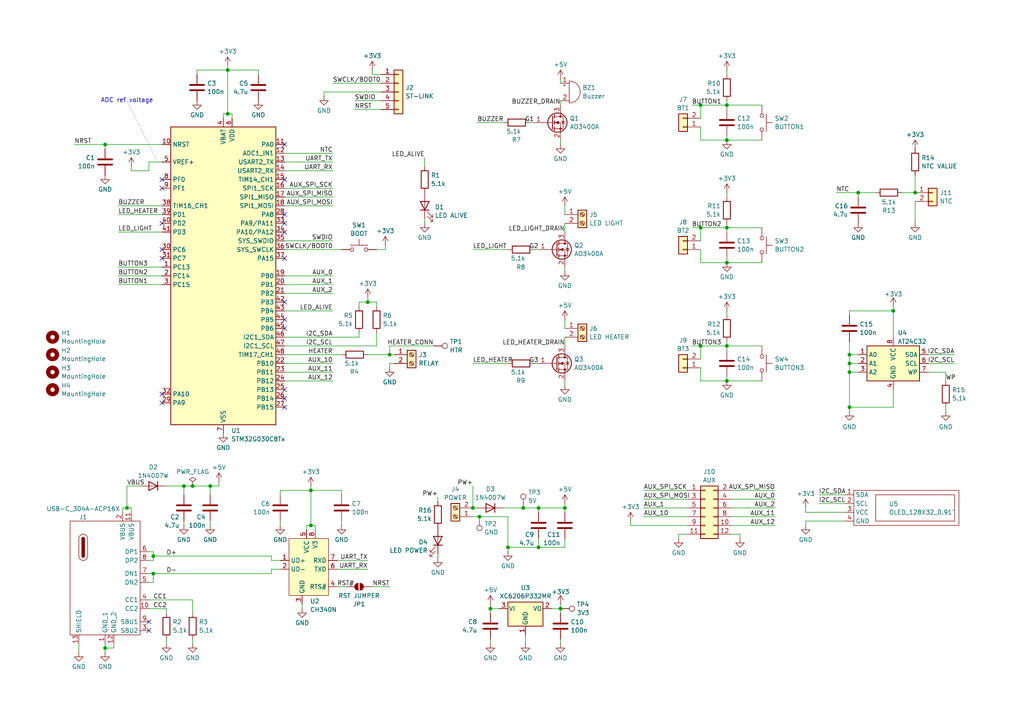
<source format=kicad_sch>
(kicad_sch (version 20250114) (generator "eeschema") (generator_version "9.0")
  (paper "A4")
  (title_block (title "Filament dryer oven control board") (date "2025-06-17") (rev "1.0") (company "Filippo Castellan"))
  (text "ADC ref voltage" (at 36.83 29.21 0) (effects (font (size 1.27 1.27))))
  (junction (at 147.32 158.75))
  (junction (at 203.2 66.04))
  (junction (at 66.04 33.02))
  (junction (at 248.92 55.88))
  (junction (at 203.2 100.33))
  (junction (at 210.82 30.48))
  (junction (at 163.83 147.32))
  (junction (at 36.83 147.32))
  (junction (at 90.17 152.4))
  (junction (at 210.82 100.33))
  (junction (at 259.08 90.17))
  (junction (at 60.96 140.97))
  (junction (at 142.24 176.53))
  (junction (at 139.065 149.86))
  (junction (at 44.45 161.29))
  (junction (at 30.48 41.91))
  (junction (at 210.82 76.2))
  (junction (at 246.38 102.87))
  (junction (at 106.68 87.63))
  (junction (at 203.2 30.48))
  (junction (at 90.17 142.24))
  (junction (at 137.16 147.32))
  (junction (at 210.82 110.49))
  (junction (at 246.38 107.95))
  (junction (at 156.21 147.32))
  (junction (at 210.82 40.64))
  (junction (at 53.34 140.97))
  (junction (at 265.43 55.88))
  (junction (at 210.82 66.04))
  (junction (at 66.04 20.32))
  (junction (at 55.88 140.97))
  (junction (at 162.56 176.53))
  (junction (at 156.21 158.75))
  (junction (at 151.765 147.32))
  (junction (at 113.03 102.87))
  (junction (at 246.38 118.11))
  (junction (at 246.38 105.41))
  (junction (at 30.48 187.96))
  (junction (at 44.45 166.37))
  (no_connect (at 82.55 87.63))
  (no_connect (at 82.55 74.93))
  (no_connect (at 82.55 41.91))
  (no_connect (at 46.99 116.84))
  (no_connect (at 82.55 67.31))
  (no_connect (at 82.55 95.25))
  (no_connect (at 46.99 74.93))
  (no_connect (at 46.99 114.3))
  (no_connect (at 43.18 182.88))
  (no_connect (at 82.55 113.03))
  (no_connect (at 46.99 52.07))
  (no_connect (at 43.18 180.34))
  (no_connect (at 82.55 64.77))
  (no_connect (at 82.55 92.71))
  (no_connect (at 82.55 52.07))
  (no_connect (at 82.55 115.57))
  (no_connect (at 46.99 72.39))
  (no_connect (at 46.99 54.61))
  (no_connect (at 46.99 64.77))
  (no_connect (at 82.55 62.23))
  (no_connect (at 82.55 118.11))
  (wire (pts (xy 82.55 107.95) (xy 96.52 107.95)))
  (wire (pts (xy 156.21 158.75) (xy 163.83 158.75)))
  (wire (pts (xy 151.765 147.32) (xy 156.21 147.32)))
  (wire (pts (xy 203.2 30.48) (xy 210.82 30.48)))
  (wire (pts (xy 97.79 170.18) (xy 100.33 170.18)))
  (wire (pts (xy 55.88 173.99) (xy 55.88 177.8)))
  (wire (pts (xy 34.29 67.31) (xy 46.99 67.31)))
  (wire (pts (xy 210.82 74.93) (xy 210.82 76.2)))
  (wire (pts (xy 274.32 110.49) (xy 274.32 107.95)))
  (wire (pts (xy 138.43 35.56) (xy 146.05 35.56)))
  (wire (pts (xy 114.3 102.87) (xy 113.03 102.87)))
  (wire (pts (xy 160.02 176.53) (xy 162.56 176.53)))
  (wire (pts (xy 233.68 147.32) (xy 233.68 148.59)))
  (wire (pts (xy 53.34 151.13) (xy 53.34 152.4)))
  (wire (pts (xy 102.87 31.75) (xy 110.49 31.75)))
  (wire (pts (xy 237.49 143.51) (xy 245.11 143.51)))
  (wire (pts (xy 55.88 185.42) (xy 55.88 186.69)))
  (wire (pts (xy 43.18 173.99) (xy 55.88 173.99)))
  (wire (pts (xy 162.56 185.42) (xy 162.56 186.69)))
  (wire (pts (xy 214.63 154.94) (xy 214.63 156.21)))
  (wire (pts (xy 81.28 142.24) (xy 90.17 142.24)))
  (wire (pts (xy 48.26 176.53) (xy 43.18 176.53)))
  (wire (pts (xy 246.38 107.95) (xy 248.92 107.95)))
  (wire (pts (xy 35.56 148.59) (xy 35.56 147.32)))
  (wire (pts (xy 210.82 29.21) (xy 210.82 30.48)))
  (wire (pts (xy 210.82 64.77) (xy 210.82 66.04)))
  (wire (pts (xy 163.83 64.77) (xy 163.83 67.31)))
  (wire (pts (xy 212.09 149.86) (xy 224.79 149.86)))
  (wire (pts (xy 35.56 147.32) (xy 36.83 147.32)))
  (wire (pts (xy 81.28 142.24) (xy 81.28 143.51)))
  (wire (pts (xy 147.32 158.75) (xy 147.32 160.02)))
  (wire (pts (xy 156.21 158.75) (xy 156.21 156.21)))
  (wire (pts (xy 123.19 45.72) (xy 123.19 48.26)))
  (wire (pts (xy 203.2 106.68) (xy 203.2 110.49)))
  (wire (pts (xy 111.76 72.39) (xy 109.22 72.39)))
  (wire (pts (xy 48.26 185.42) (xy 48.26 186.69)))
  (wire (pts (xy 46.99 59.69) (xy 34.29 59.69)))
  (wire (pts (xy 210.82 109.22) (xy 210.82 110.49)))
  (wire (pts (xy 38.1 49.53) (xy 43.18 49.53)))
  (wire (pts (xy 53.34 140.97) (xy 53.34 143.51)))
  (wire (pts (xy 81.28 165.1) (xy 78.74 165.1)))
  (wire (pts (xy 186.69 142.24) (xy 199.39 142.24)))
  (wire (pts (xy 200.66 66.04) (xy 203.2 66.04)))
  (wire (pts (xy 203.2 100.33) (xy 210.82 100.33)))
  (wire (pts (xy 203.2 100.33) (xy 203.2 104.14)))
  (wire (pts (xy 114.3 105.41) (xy 113.03 105.41)))
  (wire (pts (xy 64.77 33.02) (xy 64.77 34.29)))
  (wire (pts (xy 34.29 77.47) (xy 46.99 77.47)))
  (wire (pts (xy 66.04 19.05) (xy 66.04 20.32)))
  (wire (pts (xy 30.48 41.91) (xy 46.99 41.91)))
  (wire (pts (xy 55.88 140.97) (xy 53.34 140.97)))
  (wire (pts (xy 212.09 147.32) (xy 224.79 147.32)))
  (wire (pts (xy 203.2 36.83) (xy 203.2 40.64)))
  (wire (pts (xy 203.2 69.85) (xy 203.2 66.04)))
  (wire (pts (xy 90.17 152.4) (xy 91.44 152.4)))
  (wire (pts (xy 82.55 80.01) (xy 96.52 80.01)))
  (wire (pts (xy 137.16 147.32) (xy 138.43 147.32)))
  (wire (pts (xy 60.96 140.97) (xy 55.88 140.97)))
  (wire (pts (xy 43.18 162.56) (xy 44.45 162.56)))
  (wire (pts (xy 274.32 118.11) (xy 274.32 119.38)))
  (wire (pts (xy 30.48 41.91) (xy 30.48 43.18)))
  (wire (pts (xy 43.18 168.91) (xy 44.45 168.91)))
  (wire (pts (xy 82.55 46.99) (xy 96.52 46.99)))
  (wire (pts (xy 163.83 146.05) (xy 163.83 147.32)))
  (wire (pts (xy 210.82 90.17) (xy 210.82 91.44)))
  (wire (pts (xy 82.55 57.15) (xy 96.52 57.15)))
  (wire (pts (xy 210.82 100.33) (xy 220.98 100.33)))
  (wire (pts (xy 102.87 29.21) (xy 110.49 29.21)))
  (wire (pts (xy 142.24 185.42) (xy 142.24 186.69)))
  (wire (pts (xy 210.82 20.32) (xy 210.82 21.59)))
  (wire (pts (xy 210.82 110.49) (xy 220.98 110.49)))
  (wire (pts (xy 246.38 90.17) (xy 259.08 90.17)))
  (wire (pts (xy 200.66 30.48) (xy 203.2 30.48)))
  (wire (pts (xy 30.48 187.96) (xy 30.48 189.23)))
  (wire (pts (xy 127 145.415) (xy 127 144.145)))
  (wire (pts (xy 139.065 149.86) (xy 147.32 149.86)))
  (wire (pts (xy 210.82 40.64) (xy 220.98 40.64)))
  (wire (pts (xy 36.83 147.32) (xy 38.1 147.32)))
  (wire (pts (xy 186.69 144.78) (xy 199.39 144.78)))
  (wire (pts (xy 224.79 142.24) (xy 212.09 142.24)))
  (wire (pts (xy 246.38 102.87) (xy 246.38 105.41)))
  (wire (pts (xy 44.45 166.37) (xy 78.74 166.37)))
  (wire (pts (xy 104.14 96.52) (xy 104.14 97.79)))
  (wire (pts (xy 82.55 49.53) (xy 96.52 49.53)))
  (wire (pts (xy 210.82 99.06) (xy 210.82 100.33)))
  (wire (pts (xy 156.21 147.32) (xy 156.21 148.59)))
  (wire (pts (xy 203.2 30.48) (xy 203.2 34.29)))
  (wire (pts (xy 106.68 87.63) (xy 109.22 87.63)))
  (wire (pts (xy 90.17 152.4) (xy 88.9 152.4)))
  (wire (pts (xy 259.08 118.11) (xy 246.38 118.11)))
  (wire (pts (xy 113.03 100.33) (xy 113.03 102.87)))
  (wire (pts (xy 203.2 110.49) (xy 210.82 110.49)))
  (wire (pts (xy 212.09 144.78) (xy 224.79 144.78)))
  (wire (pts (xy 210.82 100.33) (xy 210.82 101.6)))
  (wire (pts (xy 22.86 186.69) (xy 22.86 189.23)))
  (wire (pts (xy 182.88 151.13) (xy 182.88 152.4)))
  (wire (pts (xy 269.24 107.95) (xy 274.32 107.95)))
  (wire (pts (xy 44.45 166.37) (xy 44.45 168.91)))
  (wire (pts (xy 109.22 96.52) (xy 109.22 100.33)))
  (wire (pts (xy 82.55 105.41) (xy 96.52 105.41)))
  (wire (pts (xy 163.83 158.75) (xy 163.83 156.21)))
  (wire (pts (xy 203.2 66.04) (xy 210.82 66.04)))
  (wire (pts (xy 269.24 105.41) (xy 276.86 105.41)))
  (wire (pts (xy 210.82 76.2) (xy 220.98 76.2)))
  (wire (pts (xy 265.43 50.8) (xy 265.43 55.88)))
  (wire (pts (xy 78.74 162.56) (xy 78.74 161.29)))
  (wire (pts (xy 81.28 162.56) (xy 78.74 162.56)))
  (wire (pts (xy 107.95 20.32) (xy 107.95 21.59)))
  (wire (pts (xy 210.82 66.04) (xy 220.98 66.04)))
  (wire (pts (xy 66.04 33.02) (xy 67.31 33.02)))
  (wire (pts (xy 60.96 140.97) (xy 63.5 140.97)))
  (wire (pts (xy 57.15 21.59) (xy 57.15 20.32)))
  (wire (pts (xy 43.18 49.53) (xy 43.18 46.99)))
  (wire (pts (xy 154.94 72.39) (xy 156.21 72.39)))
  (wire (pts (xy 90.17 142.24) (xy 90.17 152.4)))
  (wire (pts (xy 38.1 48.26) (xy 38.1 49.53)))
  (wire (pts (xy 224.79 152.4) (xy 212.09 152.4)))
  (wire (pts (xy 67.31 33.02) (xy 67.31 34.29)))
  (wire (pts (xy 210.82 30.48) (xy 220.98 30.48)))
  (wire (pts (xy 66.04 33.02) (xy 64.77 33.02)))
  (wire (pts (xy 82.55 82.55) (xy 96.52 82.55)))
  (wire (pts (xy 96.52 90.17) (xy 82.55 90.17)))
  (wire (pts (xy 44.45 161.29) (xy 78.74 161.29)))
  (polyline (pts (xy 36.83 29.21) (xy 45.72 46.99)) (stroke (width 0) (type dot)))
  (wire (pts (xy 44.45 162.56) (xy 44.45 161.29)))
  (wire (pts (xy 82.55 110.49) (xy 96.52 110.49)))
  (wire (pts (xy 162.56 176.53) (xy 162.56 177.8)))
  (wire (pts (xy 78.74 165.1) (xy 78.74 166.37)))
  (wire (pts (xy 82.55 102.87) (xy 99.06 102.87)))
  (wire (pts (xy 203.2 76.2) (xy 210.82 76.2)))
  (wire (pts (xy 210.82 39.37) (xy 210.82 40.64)))
  (wire (pts (xy 82.55 54.61) (xy 96.52 54.61)))
  (wire (pts (xy 60.96 140.97) (xy 60.96 143.51)))
  (wire (pts (xy 104.14 87.63) (xy 104.14 88.9)))
  (wire (pts (xy 248.92 105.41) (xy 246.38 105.41)))
  (wire (pts (xy 110.49 26.67) (xy 93.98 26.67)))
  (wire (pts (xy 107.95 170.18) (xy 113.03 170.18)))
  (wire (pts (xy 163.83 110.49) (xy 163.83 111.76)))
  (wire (pts (xy 34.29 82.55) (xy 46.99 82.55)))
  (wire (pts (xy 137.16 149.86) (xy 139.065 149.86)))
  (wire (pts (xy 44.45 166.37) (xy 43.18 166.37)))
  (wire (pts (xy 96.52 24.13) (xy 110.49 24.13)))
  (wire (pts (xy 82.55 59.69) (xy 96.52 59.69)))
  (wire (pts (xy 137.16 72.39) (xy 147.32 72.39)))
  (wire (pts (xy 30.48 186.69) (xy 30.48 187.96)))
  (wire (pts (xy 265.43 58.42) (xy 265.43 64.77)))
  (wire (pts (xy 259.08 113.03) (xy 259.08 118.11)))
  (wire (pts (xy 246.38 105.41) (xy 246.38 107.95)))
  (wire (pts (xy 82.55 72.39) (xy 99.06 72.39)))
  (wire (pts (xy 60.96 151.13) (xy 60.96 152.4)))
  (wire (pts (xy 200.66 100.33) (xy 203.2 100.33)))
  (wire (pts (xy 74.93 20.32) (xy 66.04 20.32)))
  (wire (pts (xy 127 160.655) (xy 127 161.925)))
  (wire (pts (xy 246.38 118.11) (xy 246.38 107.95)))
  (wire (pts (xy 82.55 85.09) (xy 96.52 85.09)))
  (wire (pts (xy 142.24 176.53) (xy 142.24 177.8)))
  (wire (pts (xy 36.83 140.97) (xy 40.64 140.97)))
  (wire (pts (xy 91.44 152.4) (xy 91.44 153.67)))
  (wire (pts (xy 66.04 20.32) (xy 66.04 33.02)))
  (wire (pts (xy 106.68 86.36) (xy 106.68 87.63)))
  (wire (pts (xy 142.24 175.26) (xy 142.24 176.53)))
  (wire (pts (xy 87.63 175.26) (xy 87.63 176.53)))
  (wire (pts (xy 153.67 35.56) (xy 154.94 35.56)))
  (wire (pts (xy 34.29 80.01) (xy 46.99 80.01)))
  (wire (pts (xy 210.82 66.04) (xy 210.82 67.31)))
  (wire (pts (xy 104.14 87.63) (xy 106.68 87.63)))
  (wire (pts (xy 199.39 149.86) (xy 186.69 149.86)))
  (wire (pts (xy 248.92 55.88) (xy 248.92 57.15)))
  (wire (pts (xy 44.45 160.02) (xy 44.45 161.29)))
  (wire (pts (xy 259.08 90.17) (xy 259.08 97.79)))
  (wire (pts (xy 90.17 140.97) (xy 90.17 142.24)))
  (wire (pts (xy 146.05 147.32) (xy 151.765 147.32)))
  (wire (pts (xy 44.45 160.02) (xy 43.18 160.02)))
  (wire (pts (xy 123.19 63.5) (xy 123.19 64.77)))
  (wire (pts (xy 97.79 165.1) (xy 106.68 165.1)))
  (wire (pts (xy 144.78 176.53) (xy 142.24 176.53)))
  (wire (pts (xy 43.18 46.99) (xy 46.99 46.99)))
  (wire (pts (xy 99.06 142.24) (xy 99.06 143.51)))
  (wire (pts (xy 38.1 148.59) (xy 38.1 147.32)))
  (wire (pts (xy 245.11 151.13) (xy 233.68 151.13)))
  (wire (pts (xy 163.83 97.79) (xy 163.83 100.33)))
  (wire (pts (xy 81.28 151.13) (xy 81.28 152.4)))
  (wire (pts (xy 30.48 187.96) (xy 33.02 187.96)))
  (wire (pts (xy 93.98 26.67) (xy 93.98 27.94)))
  (wire (pts (xy 48.26 177.8) (xy 48.26 176.53)))
  (wire (pts (xy 162.56 22.86) (xy 162.56 24.13)))
  (wire (pts (xy 248.92 102.87) (xy 246.38 102.87)))
  (wire (pts (xy 82.55 100.33) (xy 109.22 100.33)))
  (wire (pts (xy 203.2 40.64) (xy 210.82 40.64)))
  (wire (pts (xy 109.22 87.63) (xy 109.22 88.9)))
  (wire (pts (xy 33.02 187.96) (xy 33.02 186.69)))
  (wire (pts (xy 63.5 139.7) (xy 63.5 140.97)))
  (wire (pts (xy 163.83 92.71) (xy 163.83 95.25)))
  (wire (pts (xy 233.68 151.13) (xy 233.68 152.4)))
  (wire (pts (xy 21.59 41.91) (xy 30.48 41.91)))
  (wire (pts (xy 246.38 91.44) (xy 246.38 90.17)))
  (wire (pts (xy 163.83 59.69) (xy 163.83 62.23)))
  (wire (pts (xy 237.49 146.05) (xy 245.11 146.05)))
  (wire (pts (xy 97.79 162.56) (xy 106.68 162.56)))
  (wire (pts (xy 199.39 154.94) (xy 196.85 154.94)))
  (wire (pts (xy 248.92 55.88) (xy 254 55.88)))
  (wire (pts (xy 137.16 140.97) (xy 137.16 147.32)))
  (wire (pts (xy 212.09 154.94) (xy 214.63 154.94)))
  (wire (pts (xy 74.93 20.32) (xy 74.93 21.59)))
  (wire (pts (xy 57.15 20.32) (xy 66.04 20.32)))
  (wire (pts (xy 182.88 152.4) (xy 199.39 152.4)))
  (wire (pts (xy 113.03 102.87) (xy 106.68 102.87)))
  (wire (pts (xy 82.55 44.45) (xy 96.52 44.45)))
  (wire (pts (xy 137.16 105.41) (xy 147.32 105.41)))
  (wire (pts (xy 163.83 77.47) (xy 163.83 78.74)))
  (wire (pts (xy 99.06 151.13) (xy 99.06 152.4)))
  (wire (pts (xy 196.85 154.94) (xy 196.85 156.21)))
  (wire (pts (xy 152.4 184.15) (xy 152.4 186.69)))
  (wire (pts (xy 259.08 88.9) (xy 259.08 90.17)))
  (wire (pts (xy 82.55 69.85) (xy 96.52 69.85)))
  (wire (pts (xy 48.26 140.97) (xy 53.34 140.97)))
  (wire (pts (xy 269.24 102.87) (xy 276.86 102.87)))
  (wire (pts (xy 233.68 148.59) (xy 245.11 148.59)))
  (wire (pts (xy 199.39 147.32) (xy 186.69 147.32)))
  (wire (pts (xy 147.32 149.86) (xy 147.32 158.75)))
  (wire (pts (xy 210.82 30.48) (xy 210.82 31.75)))
  (wire (pts (xy 113.03 105.41) (xy 113.03 106.68)))
  (wire (pts (xy 162.56 40.64) (xy 162.56 41.91)))
  (wire (pts (xy 162.56 175.26) (xy 162.56 176.53)))
  (wire (pts (xy 88.9 152.4) (xy 88.9 153.67)))
  (wire (pts (xy 156.21 147.32) (xy 163.83 147.32)))
  (wire (pts (xy 163.83 147.32) (xy 163.83 148.59)))
  (wire (pts (xy 147.32 158.75) (xy 156.21 158.75)))
  (wire (pts (xy 162.56 29.21) (xy 162.56 30.48)))
  (wire (pts (xy 82.55 97.79) (xy 104.14 97.79)))
  (wire (pts (xy 111.76 71.12) (xy 111.76 72.39)))
  (wire (pts (xy 242.57 55.88) (xy 248.92 55.88)))
  (wire (pts (xy 246.38 118.11) (xy 246.38 119.38)))
  (wire (pts (xy 36.83 147.32) (xy 36.83 140.97)))
  (wire (pts (xy 34.29 62.23) (xy 46.99 62.23)))
  (wire (pts (xy 154.94 105.41) (xy 156.21 105.41)))
  (wire (pts (xy 99.06 142.24) (xy 90.17 142.24)))
  (wire (pts (xy 203.2 72.39) (xy 203.2 76.2)))
  (wire (pts (xy 107.95 21.59) (xy 110.49 21.59)))
  (wire (pts (xy 113.03 100.33) (xy 125.73 100.33)))
  (wire (pts (xy 210.82 55.88) (xy 210.82 57.15)))
  (wire (pts (xy 246.38 99.06) (xy 246.38 102.87)))
  (wire (pts (xy 261.62 55.88) (xy 265.43 55.88)))
  (label "LED_LIGHT" (at 34.29 67.31 0))
  (label "UART_TX" (at 96.52 46.99 180))
  (label "AUX_SPI_SCK" (at 186.69 142.24 0))
  (label "AUX_SPI_MOSI" (at 186.69 144.78 0))
  (label "SWDIO" (at 102.87 29.21 0))
  (label "BUTTON3" (at 200.66 100.33 0))
  (label "NTC" (at 242.57 55.88 0))
  (label "G2" (at 156.21 72.39 180))
  (label "I2C_SDA" (at 96.52 97.79 180))
  (label "AUX_SPI_MISO" (at 224.79 142.24 180))
  (label "SWCLK{slash}BOOT0" (at 96.52 72.39 180))
  (label "NRST" (at 102.87 31.75 0))
  (label "AUX_SPI_SCK" (at 96.52 54.61 180))
  (label "AUX_SPI_MOSI" (at 96.52 59.69 180))
  (label "BUTTON2" (at 34.29 80.01 0))
  (label "HEATER_CONN" (at 125.73 100.33 180))
  (label "D+" (at 48.26 161.29 0))
  (label "WP" (at 274.32 110.49 0))
  (label "SWDIO" (at 96.52 69.85 180))
  (label "I2C_SCL" (at 237.49 146.05 0))
  (label "AUX_SPI_MISO" (at 96.52 57.15 180))
  (label "LED_HEATER_DRAIN" (at 163.83 100.33 180))
  (label "AUX_1" (at 186.69 147.32 0))
  (label "BUZZER" (at 34.29 59.69 0))
  (label "LED_LIGHT_DRAIN" (at 163.83 67.31 180))
  (label "I2C_SCL" (at 96.52 100.33 180))
  (label "LED_ALIVE" (at 96.52 90.17 180))
  (label "CC2" (at 44.45 176.53 0))
  (label "NRST" (at 113.03 170.18 180))
  (label "BUTTON1" (at 34.29 82.55 0))
  (label "I2C_SCL" (at 276.86 105.41 180))
  (label "AUX_1" (at 96.52 82.55 180))
  (label "I2C_SDA" (at 237.49 143.51 0))
  (label "BUZZER" (at 138.43 35.56 0))
  (label "AUX_12" (at 96.52 110.49 180))
  (label "AUX_0" (at 96.52 80.01 180))
  (label "NTC" (at 96.52 44.45 180))
  (label "NRST" (at 21.59 41.91 0))
  (label "LED_LIGHT" (at 137.16 72.39 0))
  (label "BUTTON3" (at 34.29 77.47 0))
  (label "LED_HEATER" (at 34.29 62.23 0))
  (label "UART_TX" (at 106.68 162.56 180))
  (label "VBUS" (at 36.83 140.97 0))
  (label "D-" (at 48.26 166.37 0))
  (label "LED_HEATER" (at 137.16 105.41 0))
  (label "RST#" (at 97.79 170.18 0))
  (label "BUTTON2" (at 200.66 66.04 0))
  (label "AUX_10" (at 96.52 105.41 180))
  (label "HEATER" (at 96.52 102.87 180))
  (label "AUX_0" (at 224.79 144.78 180))
  (label "UART_RX" (at 96.52 49.53 180))
  (label "AUX_11" (at 224.79 149.86 180))
  (label "G3" (at 156.21 105.41 180))
  (label "UART_RX" (at 106.68 165.1 180))
  (label "AUX_10" (at 186.69 149.86 0))
  (label "I2C_SDA" (at 276.86 102.87 180))
  (label "AUX_11" (at 96.52 107.95 180))
  (label "AUX_2" (at 224.79 147.32 180))
  (label "BUTTON1" (at 200.66 30.48 0))
  (label "AUX_12" (at 224.79 152.4 180))
  (label "AUX_2" (at 96.52 85.09 180))
  (label "BUZZER_DRAIN" (at 162.56 30.48 180))
  (label "PW+" (at 127 144.145 180))
  (label "SWCLK{slash}BOOT0" (at 96.52 24.13 0))
  (label "LED_ALIVE" (at 123.19 45.72 180))
  (label "CC1" (at 44.45 173.99 0))
  (label "G1" (at 154.94 35.56 180))
  (label "PW+" (at 137.16 140.97 180))
  (symbol (lib_id "Switch:SW_Push") (at 220.98 35.56 270) (unit 1)
    (property "Reference" "SW2" (at 224.663 34.3446 90) (effects (justify left)))
    (property "Value" "BUTTON1" (at 224.663 36.7753 90) (effects (justify left)))
    (property "Footprint" "Button_Switch_SMD:SW_SPST_SKQG_WithoutStem" (effects (hide yes)))
    (property "Description" "Push button switch, generic, two pins" (effects (hide yes)))
  )
  (symbol (lib_id "Device:R") (at 151.13 105.41 90) (mirror x) (unit 1)
    (property "Reference" "R9" (at 152.4 110.3807 90) (effects (justify left)))
    (property "Value" "5.1k" (at 152.4 107.95 90) (effects (justify left)))
    (property "Footprint" "Resistor_SMD:R_0805_2012Metric_Pad1.20x1.40mm_HandSolder" (effects (hide yes)))
    (property "Description" "Resistor" (effects (hide yes)))
  )
  (symbol (lib_id "power:+3V3") (at 107.95 20.32 0) (unit 1)
    (property "Reference" "#PWR021" (effects (hide yes)))
    (property "Value" "+3V3" (at 107.95 16.1837 0))
    (property "Description" "Power symbol creates a global label with name \"+3V3\"" (effects (hide yes)))
  )
  (symbol (lib_id "Transistor_FET:AO3400A") (at 161.29 72.39 0) (unit 1)
    (property "Reference" "Q2" (at 166.497 71.1746 0) (effects (justify left)))
    (property "Value" "AO3400A" (at 166.497 73.6053 0) (effects (justify left)))
    (property "Footprint" "Package_TO_SOT_SMD:SOT-23" (effects (hide yes)))
    (property "Datasheet" "http://www.aosmd.com/pdfs/datasheet/AO3400A.pdf" (effects (hide yes)))
    (property "Description" "30V Vds, 5.7A Id, N-Channel MOSFET, SOT-23" (effects (hide yes)))
  )
  (symbol (lib_id "Mechanical:MountingHole") (at 15.24 97.79 0) (unit 1) (in_bom no)
    (property "Reference" "H1" (at 17.78 96.5746 0) (effects (justify left)))
    (property "Value" "MountingHole" (at 17.78 99.0053 0) (effects (justify left)))
    (property "Footprint" "MountingHole:MountingHole_3.2mm_M3_Pad_Via" (effects (hide yes)))
    (property "Description" "Mounting Hole without connection" (effects (hide yes)))
  )
  (symbol (lib_id "power:GND") (at 210.82 76.2 0) (unit 1)
    (property "Reference" "#PWR042" (effects (hide yes)))
    (property "Value" "GND" (at 210.82 80.3363 0))
    (property "Description" "Power symbol creates a global label with name \"GND\" , ground" (effects (hide yes)))
  )
  (symbol (lib_id "Mechanical:MountingHole") (at 15.24 107.95 0) (unit 1) (in_bom no)
    (property "Reference" "H3" (at 17.78 106.7346 0) (effects (justify left)))
    (property "Value" "MountingHole" (at 17.78 109.1653 0) (effects (justify left)))
    (property "Footprint" "MountingHole:MountingHole_3.2mm_M3_Pad_Via" (effects (hide yes)))
    (property "Description" "Mounting Hole without connection" (effects (hide yes)))
  )
  (symbol (lib_id "power:GND") (at 57.15 29.21 0) (unit 1)
    (property "Reference" "#PWR09" (effects (hide yes)))
    (property "Value" "GND" (at 57.15 33.3463 0))
    (property "Description" "Power symbol creates a global label with name \"GND\" , ground" (effects (hide yes)))
  )
  (symbol (lib_id "Connector_Generic:Conn_01x02") (at 198.12 72.39 180) (unit 1)
    (property "Reference" "J8" (at 198.12 64.4259 0))
    (property "Value" "BT2" (at 198.12 66.8566 0))
    (property "Footprint" "Connector_JST:JST_XH_B2B-XH-A_1x02_P2.50mm_Vertical" (effects (hide yes)))
    (property "Description" "Generic connector, single row, 01x02, script generated (kicad-library-utils/schlib/autogen/connector/)" (effects (hide yes)))
  )
  (symbol (lib_id "power:+5V") (at 163.83 92.71 0) (unit 1)
    (property "Reference" "#PWR034" (effects (hide yes)))
    (property "Value" "+5V" (at 163.83 88.5737 0))
    (property "Description" "Power symbol creates a global label with name \"+5V\"" (effects (hide yes)))
  )
  (symbol (lib_id "Device:C") (at 210.82 35.56 0) (unit 1)
    (property "Reference" "C12" (at 213.741 34.3446 0) (effects (justify left)))
    (property "Value" "100n" (at 213.741 36.7753 0) (effects (justify left)))
    (property "Footprint" "Capacitor_SMD:C_0805_2012Metric_Pad1.18x1.45mm_HandSolder" (effects (hide yes)))
    (property "Description" "Unpolarized capacitor" (effects (hide yes)))
  )
  (symbol (lib_id "power:GND") (at 55.88 186.69 0) (unit 1)
    (property "Reference" "#PWR08" (effects (hide yes)))
    (property "Value" "GND" (at 55.88 190.8263 0))
    (property "Description" "Power symbol creates a global label with name \"GND\" , ground" (effects (hide yes)))
  )
  (symbol (lib_id "Device:R") (at 257.81 55.88 90) (mirror x) (unit 1)
    (property "Reference" "R13" (at 257.81 61.0501 90))
    (property "Value" "5.1k" (at 257.81 58.6194 90))
    (property "Footprint" "Resistor_SMD:R_0805_2012Metric_Pad1.20x1.40mm_HandSolder" (effects (hide yes)))
    (property "Description" "Resistor" (effects (hide yes)))
  )
  (symbol (lib_id "Connector:Screw_Terminal_01x02") (at 119.38 102.87 0) (unit 1)
    (property "Reference" "J3" (at 121.412 102.9246 0) (effects (justify left)))
    (property "Value" "RELAY" (at 121.412 105.3553 0) (effects (justify left)))
    (property "Footprint" "_MIA footprint:TerminalBlock_bornier-2_P5.08mm" (effects (hide yes)))
    (property "Description" "Generic screw terminal, single row, 01x02, script generated (kicad-library-utils/schlib/autogen/connector/)" (effects (hide yes)))
  )
  (symbol (lib_id "Device:R") (at 127 149.225 0) (mirror y) (unit 1)
    (property "Reference" "R16" (at 125.222 148.0096 0) (effects (justify left)))
    (property "Value" "5.1k" (at 125.222 150.4403 0) (effects (justify left)))
    (property "Footprint" "Resistor_SMD:R_0805_2012Metric_Pad1.20x1.40mm_HandSolder" (effects (hide yes)))
    (property "Description" "Resistor" (effects (hide yes)))
  )
  (symbol (lib_id "Device:C") (at 74.93 25.4 0) (mirror y) (unit 1)
    (property "Reference" "C5" (at 72.009 24.1846 0) (effects (justify left)))
    (property "Value" "4.7u" (at 72.009 26.6153 0) (effects (justify left)))
    (property "Footprint" "Capacitor_SMD:C_0805_2012Metric_Pad1.18x1.45mm_HandSolder" (effects (hide yes)))
    (property "Description" "Unpolarized capacitor" (effects (hide yes)))
  )
  (symbol (lib_id "Device:R") (at 149.86 35.56 90) (mirror x) (unit 1)
    (property "Reference" "R7" (at 151.13 40.5307 90) (effects (justify left)))
    (property "Value" "5.1k" (at 151.13 38.1 90) (effects (justify left)))
    (property "Footprint" "Resistor_SMD:R_0805_2012Metric_Pad1.20x1.40mm_HandSolder" (effects (hide yes)))
    (property "Description" "Resistor" (effects (hide yes)))
  )
  (symbol (lib_id "Regulator_Linear:XC6206PxxxMR") (at 152.4 176.53 0) (unit 1)
    (property "Reference" "U3" (at 152.4 170.4709 0))
    (property "Value" "XC6206P332MR" (at 152.4 172.9016 0))
    (property "Footprint" "Package_TO_SOT_SMD:SOT-23-3" (effects (hide yes)))
    (property "Datasheet" "https://www.torexsemi.com/file/xc6206/XC6206.pdf" (effects (hide yes)))
    (property "Description" "Positive 60-250mA Low Dropout Regulator, Fixed Output, SOT-23" (effects (hide yes)))
  )
  (symbol (lib_id "power:GND") (at 162.56 186.69 0) (unit 1)
    (property "Reference" "#PWR031" (effects (hide yes)))
    (property "Value" "GND" (at 162.56 190.8263 0))
    (property "Description" "Power symbol creates a global label with name \"GND\" , ground" (effects (hide yes)))
  )
  (symbol (lib_id "Device:C") (at 99.06 147.32 0) (unit 1)
    (property "Reference" "C7" (at 101.981 146.1046 0) (effects (justify left)))
    (property "Value" "100n" (at 101.981 148.5353 0) (effects (justify left)))
    (property "Footprint" "Capacitor_SMD:C_0805_2012Metric_Pad1.18x1.45mm_HandSolder" (effects (hide yes)))
    (property "Description" "Unpolarized capacitor" (effects (hide yes)))
  )
  (symbol (lib_id "Device:R") (at 265.43 46.99 0) (unit 1)
    (property "Reference" "R14" (at 267.208 45.7746 0) (effects (justify left)))
    (property "Value" "NTC VALUE" (at 267.208 48.2053 0) (effects (justify left)))
    (property "Footprint" "Resistor_SMD:R_0805_2012Metric_Pad1.20x1.40mm_HandSolder" (effects (hide yes)))
    (property "Description" "Resistor" (effects (hide yes)))
  )
  (symbol (lib_id "power:GND") (at 274.32 119.38 0) (unit 1)
    (property "Reference" "#PWR053" (effects (hide yes)))
    (property "Value" "GND" (at 274.32 123.8234 0))
  )
  (symbol (lib_id "power:GND") (at 162.56 41.91 0) (unit 1)
    (property "Reference" "#PWR029" (effects (hide yes)))
    (property "Value" "GND" (at 162.56 46.0463 0))
    (property "Description" "Power symbol creates a global label with name \"GND\" , ground" (effects (hide yes)))
  )
  (symbol (lib_id "Transistor_FET:AO3400A") (at 161.29 105.41 0) (unit 1)
    (property "Reference" "Q3" (at 166.497 104.1946 0) (effects (justify left)))
    (property "Value" "AO3400A" (at 166.497 106.6253 0) (effects (justify left)))
    (property "Footprint" "Package_TO_SOT_SMD:SOT-23" (effects (hide yes)))
    (property "Datasheet" "http://www.aosmd.com/pdfs/datasheet/AO3400A.pdf" (effects (hide yes)))
    (property "Description" "30V Vds, 5.7A Id, N-Channel MOSFET, SOT-23" (effects (hide yes)))
  )
  (symbol (lib_id "power:GND") (at 48.26 186.69 0) (unit 1)
    (property "Reference" "#PWR06" (effects (hide yes)))
    (property "Value" "GND" (at 48.26 190.8263 0))
    (property "Description" "Power symbol creates a global label with name \"GND\" , ground" (effects (hide yes)))
  )
  (symbol (lib_id "Device:D") (at 142.24 147.32 0) (mirror y) (unit 1)
    (property "Reference" "D3" (at 142.24 141.8439 0))
    (property "Value" "1N4007W" (at 142.24 144.3093 0))
    (property "Footprint" "Diode_SMD:D_SOD-123F" (effects (hide yes)))
    (property "Datasheet" "https://lcsc.com/datasheet/lcsc_datasheet_2308211430_MSKSEMI-1N4007W_C7528871.pdf" (effects (hide yes)))
    (property "LCSC" "C7528871" (effects (hide yes)))
  )
  (symbol (lib_id "power:+5V") (at 163.83 146.05 0) (unit 1)
    (property "Reference" "#PWR036" (effects (hide yes)))
    (property "Value" "+5V" (at 163.83 141.9137 0))
    (property "Description" "Power symbol creates a global label with name \"+5V\"" (effects (hide yes)))
  )
  (symbol (lib_id "Mechanical:MountingHole") (at 15.24 102.87 0) (unit 1) (in_bom no)
    (property "Reference" "H2" (at 17.78 101.6546 0) (effects (justify left)))
    (property "Value" "MountingHole" (at 17.78 104.0853 0) (effects (justify left)))
    (property "Footprint" "MountingHole:MountingHole_3.2mm_M3_Pad_Via" (effects (hide yes)))
    (property "Description" "Mounting Hole without connection" (effects (hide yes)))
  )
  (symbol (lib_id "power:GND") (at 210.82 40.64 0) (unit 1)
    (property "Reference" "#PWR040" (effects (hide yes)))
    (property "Value" "GND" (at 210.82 44.7763 0))
    (property "Description" "Power symbol creates a global label with name \"GND\" , ground" (effects (hide yes)))
  )
  (symbol (lib_id "power:+3V3") (at 233.68 147.32 0) (unit 1)
    (property "Reference" "#PWR046" (effects (hide yes)))
    (property "Value" "+3V3" (at 233.68 143.1837 0))
    (property "Description" "Power symbol creates a global label with name \"+3V3\"" (effects (hide yes)))
  )
  (symbol (lib_id "Connector:TestPoint") (at 162.56 176.53 270) (unit 1)
    (property "Reference" "TP4" (at 167.259 175.3146 90) (effects (justify left)))
    (property "Value" "3V3" (at 167.259 177.7453 90) (effects (justify left)))
    (property "Footprint" "TestPoint:TestPoint_THTPad_1.0x1.0mm_Drill0.5mm" (effects (hide yes)))
    (property "Description" "test point" (effects (hide yes)))
  )
  (symbol (lib_id "power:+3V3") (at 265.43 43.18 0) (unit 1)
    (property "Reference" "#PWR051" (effects (hide yes)))
    (property "Value" "+3V3" (at 265.43 39.0437 0))
    (property "Description" "Power symbol creates a global label with name \"+3V3\"" (effects (hide yes)))
  )
  (symbol (lib_id "Device:C") (at 210.82 105.41 0) (unit 1)
    (property "Reference" "C14" (at 213.741 104.1946 0) (effects (justify left)))
    (property "Value" "100n" (at 213.741 106.6253 0) (effects (justify left)))
    (property "Footprint" "Capacitor_SMD:C_0805_2012Metric_Pad1.18x1.45mm_HandSolder" (effects (hide yes)))
    (property "Description" "Unpolarized capacitor" (effects (hide yes)))
  )
  (symbol (lib_id "power:GND") (at 147.32 160.02 0) (unit 1)
    (property "Reference" "#PWR026" (effects (hide yes)))
    (property "Value" "GND" (at 147.32 164.1563 0))
    (property "Description" "Power symbol creates a global label with name \"GND\" , ground" (effects (hide yes)))
  )
  (symbol (lib_id "power:+3V3") (at 106.68 86.36 0) (unit 1)
    (property "Reference" "#PWR020" (effects (hide yes)))
    (property "Value" "+3V3" (at 106.68 82.2237 0))
    (property "Description" "Power symbol creates a global label with name \"+3V3\"" (effects (hide yes)))
  )
  (symbol (lib_id "power:GND") (at 233.68 152.4 0) (unit 1)
    (property "Reference" "#PWR047" (effects (hide yes)))
    (property "Value" "GND" (at 233.68 156.5363 0))
    (property "Description" "Power symbol creates a global label with name \"GND\" , ground" (effects (hide yes)))
  )
  (symbol (lib_id "Connector_Generic:Conn_01x02") (at 270.51 55.88 0) (unit 1)
    (property "Reference" "J11" (at 272.542 55.9346 0) (effects (justify left)))
    (property "Value" "NTC" (at 272.542 58.3653 0) (effects (justify left)))
    (property "Footprint" "Connector_JST:JST_XH_B2B-XH-A_1x02_P2.50mm_Vertical" (effects (hide yes)))
    (property "Description" "Generic connector, single row, 01x02, script generated (kicad-library-utils/schlib/autogen/connector/)" (effects (hide yes)))
  )
  (symbol (lib_id "power:GND") (at 60.96 152.4 0) (unit 1)
    (property "Reference" "#PWR010" (effects (hide yes)))
    (property "Value" "GND" (at 60.96 156.5363 0))
    (property "Description" "Power symbol creates a global label with name \"GND\" , ground" (effects (hide yes)))
  )
  (symbol (lib_id "Device:Buzzer") (at 165.1 26.67 0) (unit 1)
    (property "Reference" "BZ1" (at 168.8962 25.4546 0) (effects (justify left)))
    (property "Value" "Buzzer" (at 168.8962 27.8853 0) (effects (justify left)))
    (property "Footprint" "Buzzer_Beeper:Buzzer_12x9.5RM7.6" (effects (hide yes)))
    (property "Description" "Buzzer, polarized" (effects (hide yes)))
  )
  (symbol (lib_id "Device:R") (at 210.82 60.96 0) (mirror y) (unit 1)
    (property "Reference" "R11" (at 209.042 59.7446 0) (effects (justify left)))
    (property "Value" "5.1k" (at 209.042 62.1753 0) (effects (justify left)))
    (property "Footprint" "Resistor_SMD:R_0805_2012Metric_Pad1.20x1.40mm_HandSolder" (effects (hide yes)))
    (property "Description" "Resistor" (effects (hide yes)))
  )
  (symbol (lib_id "power:GND") (at 214.63 156.21 0) (unit 1)
    (property "Reference" "#PWR045" (effects (hide yes)))
    (property "Value" "GND" (at 214.63 160.3463 0))
    (property "Description" "Power symbol creates a global label with name \"GND\" , ground" (effects (hide yes)))
  )
  (symbol (lib_id "Mechanical:MountingHole") (at 15.24 113.03 0) (unit 1) (in_bom no)
    (property "Reference" "H4" (at 17.78 111.8146 0) (effects (justify left)))
    (property "Value" "MountingHole" (at 17.78 114.2453 0) (effects (justify left)))
    (property "Footprint" "MountingHole:MountingHole_3.2mm_M3_Pad_Via" (effects (hide yes)))
    (property "Description" "Mounting Hole without connection" (effects (hide yes)))
  )
  (symbol (lib_id "_MIA:OLED_128X32_0.91{dblquote}") (at 264.16 147.32 0) (mirror y) (unit 1)
    (property "Reference" "U5" (at 257.81 146.1593 0) (effects (justify right)))
    (property "Value" "OLED_128X32_0.91\"" (at 257.81 148.59 0) (effects (justify right)))
    (property "Footprint" "Connector_PinSocket_2.54mm:PinSocket_1x04_P2.54mm_Vertical" (effects (hide yes)))
  )
  (symbol (lib_id "Device:C") (at 210.82 71.12 0) (unit 1)
    (property "Reference" "C13" (at 213.741 69.9046 0) (effects (justify left)))
    (property "Value" "100n" (at 213.741 72.3353 0) (effects (justify left)))
    (property "Footprint" "Capacitor_SMD:C_0805_2012Metric_Pad1.18x1.45mm_HandSolder" (effects (hide yes)))
    (property "Description" "Unpolarized capacitor" (effects (hide yes)))
  )
  (symbol (lib_id "Device:R") (at 55.88 181.61 0) (unit 1)
    (property "Reference" "R3" (at 57.658 180.3946 0) (effects (justify left)))
    (property "Value" "5.1k" (at 57.658 182.8253 0) (effects (justify left)))
    (property "Footprint" "Resistor_SMD:R_0805_2012Metric_Pad1.20x1.40mm_HandSolder" (effects (hide yes)))
    (property "Description" "Resistor" (effects (hide yes)))
  )
  (symbol (lib_id "power:+3V3") (at 90.17 140.97 0) (unit 1)
    (property "Reference" "#PWR017" (effects (hide yes)))
    (property "Value" "+3V3" (at 90.17 136.8337 0))
    (property "Description" "Power symbol creates a global label with name \"+3V3\"" (effects (hide yes)))
  )
  (symbol (lib_id "Device:C") (at 60.96 147.32 0) (mirror y) (unit 1)
    (property "Reference" "C4" (at 59.69 149.9693 0) (effects (justify left)))
    (property "Value" "100n" (at 59.69 152.4 0) (effects (justify left)))
    (property "Footprint" "Capacitor_SMD:C_0805_2012Metric_Pad1.18x1.45mm_HandSolder" (effects (hide yes)))
    (property "Description" "Unpolarized capacitor" (effects (hide yes)))
  )
  (symbol (lib_id "power:GND") (at 123.19 64.77 0) (mirror y) (unit 1)
    (property "Reference" "#PWR02" (effects (hide yes)))
    (property "Value" "GND" (at 123.19 68.9063 0))
    (property "Description" "Power symbol creates a global label with name \"GND\" , ground" (effects (hide yes)))
  )
  (symbol (lib_id "Device:C") (at 162.56 181.61 0) (unit 1)
    (property "Reference" "C10" (at 165.481 180.3946 0) (effects (justify left)))
    (property "Value" "100n" (at 165.481 182.8253 0) (effects (justify left)))
    (property "Footprint" "Capacitor_SMD:C_0805_2012Metric_Pad1.18x1.45mm_HandSolder" (effects (hide yes)))
    (property "Description" "Unpolarized capacitor" (effects (hide yes)))
  )
  (symbol (lib_id "power:GND") (at 163.83 111.76 0) (unit 1)
    (property "Reference" "#PWR035" (effects (hide yes)))
    (property "Value" "GND" (at 163.83 115.8963 0))
    (property "Description" "Power symbol creates a global label with name \"GND\" , ground" (effects (hide yes)))
  )
  (symbol (lib_id "Memory_EEPROM:AT24CS32-MAHM") (at 259.08 105.41 0) (unit 1)
    (property "Reference" "U4" (at 260.35 96.5231 0) (effects (justify left)))
    (property "Value" "AT24C32" (at 260.35 99.06 0) (effects (justify left)))
    (property "Footprint" "Package_SO:SO-8_3.9x4.9mm_P1.27mm" (effects (hide yes)))
    (property "Datasheet" "http://ww1.microchip.com/downloads/en/DeviceDoc/Atmel-8869-SEEPROM-AT24CS32-Datasheet.pdf" (effects (hide yes)))
    (property "Description" "I2C Serial EEPROM, 32Kb (4096x8) with Unique Serial Number, UDFN8" (effects (hide yes)))
  )
  (symbol (lib_id "power:+5V") (at 162.56 22.86 0) (unit 1)
    (property "Reference" "#PWR028" (effects (hide yes)))
    (property "Value" "+5V" (at 162.56 18.7237 0))
    (property "Description" "Power symbol creates a global label with name \"+5V\"" (effects (hide yes)))
  )
  (symbol (lib_id "Device:R") (at 123.19 52.07 0) (unit 1)
    (property "Reference" "R1" (at 124.968 50.8546 0) (effects (justify left)))
    (property "Value" "5.1k" (at 124.968 53.2853 0) (effects (justify left)))
    (property "Footprint" "Resistor_SMD:R_0805_2012Metric_Pad1.20x1.40mm_HandSolder" (effects (hide yes)))
    (property "Description" "Resistor" (effects (hide yes)))
  )
  (symbol (lib_id "power:+3V3") (at 210.82 90.17 0) (unit 1)
    (property "Reference" "#PWR043" (effects (hide yes)))
    (property "Value" "+3V3" (at 210.82 86.0337 0))
    (property "Description" "Power symbol creates a global label with name \"+3V3\"" (effects (hide yes)))
  )
  (symbol (lib_id "Device:C") (at 156.21 152.4 0) (mirror y) (unit 1)
    (property "Reference" "C9" (at 154.94 155.0493 0) (effects (justify left)))
    (property "Value" "4.7u" (at 154.94 157.48 0) (effects (justify left)))
    (property "Footprint" "Capacitor_SMD:C_0805_2012Metric_Pad1.18x1.45mm_HandSolder" (effects (hide yes)))
    (property "Description" "Unpolarized capacitor" (effects (hide yes)))
  )
  (symbol (lib_id "power:GND") (at 248.92 64.77 0) (unit 1)
    (property "Reference" "#PWR049" (effects (hide yes)))
    (property "Value" "GND" (at 248.92 68.9063 0))
    (property "Description" "Power symbol creates a global label with name \"GND\" , ground" (effects (hide yes)))
  )
  (symbol (lib_id "_MIA:USB-C_304A-ACP16X") (at 30.48 166.37 0) (unit 1)
    (property "Reference" "J1" (at 24.13 150.0047 0))
    (property "Value" "USB-C_304A-ACP16X" (at 24.13 147.574 0))
    (property "Footprint" "_MIA footprint:USB_C_304A-ACP16X" (effects (hide yes)))
    (property "Datasheet" "https://datasheet.lcsc.com/lcsc/2110291630_XUNPU-TYPEC-304A-ACP16W_C2909607.pdf" (effects (hide yes)))
  )
  (symbol (lib_id "Connector:Screw_Terminal_01x02") (at 132.08 149.86 180) (unit 1)
    (property "Reference" "J4" (at 132.08 141.8959 0))
    (property "Value" "POWER" (at 132.08 144.3266 0))
    (property "Footprint" "_MIA footprint:TerminalBlock_bornier-2_P5.08mm" (effects (hide yes)))
    (property "Description" "Generic screw terminal, single row, 01x02, script generated (kicad-library-utils/schlib/autogen/connector/)" (effects (hide yes)))
  )
  (symbol (lib_id "power:GND") (at 127 161.925 0) (unit 1)
    (property "Reference" "#PWR054" (effects (hide yes)))
    (property "Value" "GND" (at 127 166.0613 0))
    (property "Description" "Power symbol creates a global label with name \"GND\" , ground" (effects (hide yes)))
  )
  (symbol (lib_id "power:GND") (at 196.85 156.21 0) (unit 1)
    (property "Reference" "#PWR038" (effects (hide yes)))
    (property "Value" "GND" (at 196.85 160.3463 0))
    (property "Description" "Power symbol creates a global label with name \"GND\" , ground" (effects (hide yes)))
  )
  (symbol (lib_id "power:GND") (at 210.82 110.49 0) (unit 1)
    (property "Reference" "#PWR044" (effects (hide yes)))
    (property "Value" "GND" (at 210.82 114.6263 0))
    (property "Description" "Power symbol creates a global label with name \"GND\" , ground" (effects (hide yes)))
  )
  (symbol (lib_id "power:GND") (at 163.83 78.74 0) (unit 1)
    (property "Reference" "#PWR033" (effects (hide yes)))
    (property "Value" "GND" (at 163.83 82.8763 0))
    (property "Description" "Power symbol creates a global label with name \"GND\" , ground" (effects (hide yes)))
  )
  (symbol (lib_id "power:+3.3V") (at 259.08 88.9 0) (unit 1)
    (property "Reference" "#PWR050" (effects (hide yes)))
    (property "Value" "+3V3" (at 259.08 85.2955 0))
    (property "Description" "Power symbol creates a global label with name \"+3.3V\"" (effects (hide yes)))
  )
  (symbol (lib_id "power:+3V3") (at 210.82 55.88 0) (unit 1)
    (property "Reference" "#PWR041" (effects (hide yes)))
    (property "Value" "+3V3" (at 210.82 51.7437 0))
    (property "Description" "Power symbol creates a global label with name \"+3V3\"" (effects (hide yes)))
  )
  (symbol (lib_id "power:GND") (at 22.86 189.23 0) (unit 1)
    (property "Reference" "#PWR01" (effects (hide yes)))
    (property "Value" "GND" (at 22.86 193.3663 0))
    (property "Description" "Power symbol creates a global label with name \"GND\" , ground" (effects (hide yes)))
  )
  (symbol (lib_id "power:GND") (at 93.98 27.94 0) (unit 1)
    (property "Reference" "#PWR018" (effects (hide yes)))
    (property "Value" "GND" (at 93.98 32.0763 0))
    (property "Description" "Power symbol creates a global label with name \"GND\" , ground" (effects (hide yes)))
  )
  (symbol (lib_id "Device:C") (at 248.92 60.96 0) (mirror y) (unit 1)
    (property "Reference" "C16" (at 245.999 59.7446 0) (effects (justify left)))
    (property "Value" "4.7u" (at 245.999 62.1753 0) (effects (justify left)))
    (property "Footprint" "Capacitor_SMD:C_0805_2012Metric_Pad1.18x1.45mm_HandSolder" (effects (hide yes)))
    (property "Description" "Unpolarized capacitor" (effects (hide yes)))
  )
  (symbol (lib_id "Device:R") (at 104.14 92.71 0) (mirror y) (unit 1)
    (property "Reference" "R5" (at 102.362 91.4946 0) (effects (justify left)))
    (property "Value" "5.1k" (at 102.362 93.9253 0) (effects (justify left)))
    (property "Footprint" "Resistor_SMD:R_0805_2012Metric_Pad1.20x1.40mm_HandSolder" (effects (hide yes)))
    (property "Description" "Resistor" (effects (hide yes)))
  )
  (symbol (lib_id "Device:LED") (at 127 156.845 270) (mirror x) (unit 1)
    (property "Reference" "D4" (at 124.079 157.2171 90) (effects (justify right)))
    (property "Value" "LED POWER" (at 124.079 159.6478 90) (effects (justify right)))
    (property "Footprint" "LED_SMD:LED_0805_2012Metric_Pad1.15x1.40mm_HandSolder" (effects (hide yes)))
    (property "Description" "Light emitting diode" (effects (hide yes)))
    (property "Sim.Pins" "1=K 2=A" (effects (hide yes)))
  )
  (symbol (lib_id "power:+5V") (at 63.5 139.7 0) (unit 1)
    (property "Reference" "#PWR011" (effects (hide yes)))
    (property "Value" "+5V" (at 63.5 135.5637 0))
    (property "Description" "Power symbol creates a global label with name \"+5V\"" (effects (hide yes)))
  )
  (symbol (lib_id "power:GND") (at 87.63 176.53 0) (unit 1)
    (property "Reference" "#PWR016" (effects (hide yes)))
    (property "Value" "GND" (at 87.63 180.6663 0))
    (property "Description" "Power symbol creates a global label with name \"GND\" , ground" (effects (hide yes)))
  )
  (symbol (lib_id "power:+3V3") (at 38.1 48.26 0) (unit 1)
    (property "Reference" "#PWR05" (effects (hide yes)))
    (property "Value" "+3V3" (at 38.1 44.1237 0))
    (property "Description" "Power symbol creates a global label with name \"+3V3\"" (effects (hide yes)))
  )
  (symbol (lib_id "power:GND") (at 53.34 152.4 0) (unit 1)
    (property "Reference" "#PWR07" (effects (hide yes)))
    (property "Value" "GND" (at 53.34 156.5363 0))
    (property "Description" "Power symbol creates a global label with name \"GND\" , ground" (effects (hide yes)))
  )
  (symbol (lib_id "power:GND") (at 74.93 29.21 0) (mirror y) (unit 1)
    (property "Reference" "#PWR014" (effects (hide yes)))
    (property "Value" "GND" (at 74.93 33.3463 0))
    (property "Description" "Power symbol creates a global label with name \"GND\" , ground" (effects (hide yes)))
  )
  (symbol (lib_id "power:GND") (at 246.38 119.38 0) (unit 1)
    (property "Reference" "#PWR048" (effects (hide yes)))
    (property "Value" "GND" (at 246.38 123.8234 0))
  )
  (symbol (lib_id "Device:R") (at 48.26 181.61 0) (unit 1)
    (property "Reference" "R2" (at 50.038 180.3946 0) (effects (justify left)))
    (property "Value" "5.1k" (at 50.038 182.8253 0) (effects (justify left)))
    (property "Footprint" "Resistor_SMD:R_0805_2012Metric_Pad1.20x1.40mm_HandSolder" (effects (hide yes)))
    (property "Description" "Resistor" (effects (hide yes)))
  )
  (symbol (lib_id "Connector_Generic:Conn_01x05") (at 115.57 26.67 0) (unit 1)
    (property "Reference" "J2" (at 117.602 25.4546 0) (effects (justify left)))
    (property "Value" "ST-LINK" (at 117.602 27.8853 0) (effects (justify left)))
    (property "Footprint" "Connector_PinHeader_2.54mm:PinHeader_1x05_P2.54mm_Vertical" (effects (hide yes)))
    (property "Description" "Generic connector, single row, 01x05, script generated (kicad-library-utils/schlib/autogen/connector/)" (effects (hide yes)))
  )
  (symbol (lib_id "_MIA:CH340N") (at 90.17 165.1 0) (unit 1)
    (property "Reference" "U2" (at 89.9249 174.3925 0) (effects (justify left)))
    (property "Value" "CH340N" (at 89.9249 176.8232 0) (effects (justify left)))
    (property "Footprint" "Package_SO:SOP-8_3.9x4.9mm_P1.27mm" (effects (hide yes)))
    (property "Datasheet" "https://aitendo3.sakura.ne.jp/aitendo_data/product_img/ic/inteface/CH340N/ch340n.pdf" (effects (hide yes)))
  )
  (symbol (lib_id "Device:C") (at 81.28 147.32 0) (mirror y) (unit 1)
    (property "Reference" "C6" (at 78.359 146.1046 0) (effects (justify left)))
    (property "Value" "100n" (at 78.359 148.5353 0) (effects (justify left)))
    (property "Footprint" "Capacitor_SMD:C_0805_2012Metric_Pad1.18x1.45mm_HandSolder" (effects (hide yes)))
    (property "Description" "Unpolarized capacitor" (effects (hide yes)))
  )
  (symbol (lib_id "Connector:TestPoint") (at 125.73 100.33 270) (unit 1)
    (property "Reference" "TP1" (at 130.429 99.1146 90) (effects (justify left)))
    (property "Value" "HTR" (at 130.429 101.5453 90) (effects (justify left)))
    (property "Footprint" "TestPoint:TestPoint_THTPad_1.0x1.0mm_Drill0.5mm" (effects (hide yes)))
    (property "Description" "test point" (effects (hide yes)))
  )
  (symbol (lib_id "Device:R") (at 274.32 114.3 0) (unit 1)
    (property "Reference" "R15" (at 276.098 113.0846 0) (effects (justify left)))
    (property "Value" "5.1k" (at 276.098 115.5153 0) (effects (justify left)))
    (property "Footprint" "Resistor_SMD:R_0805_2012Metric_Pad1.20x1.40mm_HandSolder" (effects (hide yes)))
    (property "Description" "Resistor" (effects (hide yes)))
  )
  (symbol (lib_id "power:+3V3") (at 111.76 71.12 0) (unit 1)
    (property "Reference" "#PWR022" (effects (hide yes)))
    (property "Value" "+3V3" (at 111.76 66.9837 0))
    (property "Description" "Power symbol creates a global label with name \"+3V3\"" (effects (hide yes)))
  )
  (symbol (lib_id "power:GND") (at 99.06 152.4 0) (unit 1)
    (property "Reference" "#PWR019" (effects (hide yes)))
    (property "Value" "GND" (at 99.06 156.5363 0))
    (property "Description" "Power symbol creates a global label with name \"GND\" , ground" (effects (hide yes)))
  )
  (symbol (lib_id "power:+3V3") (at 182.88 151.13 0) (unit 1)
    (property "Reference" "#PWR037" (effects (hide yes)))
    (property "Value" "+3V3" (at 182.88 146.9937 0))
    (property "Description" "Power symbol creates a global label with name \"+3V3\"" (effects (hide yes)))
  )
  (symbol (lib_id "Device:D") (at 44.45 140.97 0) (mirror y) (unit 1)
    (property "Reference" "D2" (at 44.45 135.4939 0))
    (property "Value" "1N4007W" (at 44.45 137.9593 0))
    (property "Footprint" "Diode_SMD:D_SOD-123F" (effects (hide yes)))
    (property "Datasheet" "https://lcsc.com/datasheet/lcsc_datasheet_2308211430_MSKSEMI-1N4007W_C7528871.pdf" (effects (hide yes)))
    (property "LCSC" "C7528871" (effects (hide yes)))
  )
  (symbol (lib_id "power:GND") (at 113.03 106.68 0) (unit 1)
    (property "Reference" "#PWR023" (effects (hide yes)))
    (property "Value" "GND" (at 113.03 110.8163 0))
    (property "Description" "Power symbol creates a global label with name \"GND\" , ground" (effects (hide yes)))
  )
  (symbol (lib_id "Device:C") (at 163.83 152.4 0) (mirror y) (unit 1)
    (property "Reference" "C11" (at 162.56 155.0493 0) (effects (justify left)))
    (property "Value" "100n" (at 162.56 157.48 0) (effects (justify left)))
    (property "Footprint" "Capacitor_SMD:C_0805_2012Metric_Pad1.18x1.45mm_HandSolder" (effects (hide yes)))
    (property "Description" "Unpolarized capacitor" (effects (hide yes)))
  )
  (symbol (lib_id "power:+3.3V") (at 162.56 175.26 0) (unit 1)
    (property "Reference" "#PWR030" (effects (hide yes)))
    (property "Value" "+3V3" (at 162.56 171.6555 0))
    (property "Description" "Power symbol creates a global label with name \"+3.3V\"" (effects (hide yes)))
  )
  (symbol (lib_id "Connector:Screw_Terminal_01x02") (at 168.91 62.23 0) (unit 1)
    (property "Reference" "J5" (at 170.942 62.2846 0) (effects (justify left)))
    (property "Value" "LED LIGHT" (at 170.942 64.7153 0) (effects (justify left)))
    (property "Footprint" "_MIA footprint:TerminalBlock_bornier-2_P5.08mm" (effects (hide yes)))
    (property "Description" "Generic screw terminal, single row, 01x02, script generated (kicad-library-utils/schlib/autogen/connector/)" (effects (hide yes)))
  )
  (symbol (lib_id "Device:R") (at 151.13 72.39 90) (mirror x) (unit 1)
    (property "Reference" "R8" (at 152.4 77.47 90) (effects (justify left)))
    (property "Value" "5.1k" (at 152.4 74.93 90) (effects (justify left)))
    (property "Footprint" "Resistor_SMD:R_0805_2012Metric_Pad1.20x1.40mm_HandSolder" (effects (hide yes)))
    (property "Description" "Resistor" (effects (hide yes)))
  )
  (symbol (lib_id "power:+5V") (at 142.24 175.26 0) (unit 1)
    (property "Reference" "#PWR024" (effects (hide yes)))
    (property "Value" "+5V" (at 142.24 171.1237 0))
    (property "Description" "Power symbol creates a global label with name \"+5V\"" (effects (hide yes)))
  )
  (symbol (lib_id "Jumper:SolderJumper_2_Open") (at 104.14 170.18 180) (unit 1) (in_bom no)
    (property "Reference" "JP1" (at 104.14 175.2231 0))
    (property "Value" "RST JUMPER" (at 104.14 172.7924 0))
    (property "Footprint" "Jumper:SolderJumper-2_P1.3mm_Open_RoundedPad1.0x1.5mm" (effects (hide yes)))
    (property "Description" "Solder Jumper, 2-pole, open" (effects (hide yes)))
  )
  (symbol (lib_id "Switch:SW_Push") (at 220.98 71.12 270) (unit 1)
    (property "Reference" "SW3" (at 224.663 69.9046 90) (effects (justify left)))
    (property "Value" "BUTTON2" (at 224.663 72.3353 90) (effects (justify left)))
    (property "Footprint" "Button_Switch_SMD:SW_SPST_SKQG_WithoutStem" (effects (hide yes)))
    (property "Description" "Push button switch, generic, two pins" (effects (hide yes)))
  )
  (symbol (lib_id "power:GND") (at 30.48 50.8 0) (unit 1)
    (property "Reference" "#PWR03" (effects (hide yes)))
    (property "Value" "GND" (at 30.48 54.9363 0))
    (property "Description" "Power symbol creates a global label with name \"GND\" , ground" (effects (hide yes)))
  )
  (symbol (lib_id "Device:R") (at 109.22 92.71 0) (unit 1)
    (property "Reference" "R6" (at 110.998 91.4946 0) (effects (justify left)))
    (property "Value" "5.1k" (at 110.998 93.9253 0) (effects (justify left)))
    (property "Footprint" "Resistor_SMD:R_0805_2012Metric_Pad1.20x1.40mm_HandSolder" (effects (hide yes)))
    (property "Description" "Resistor" (effects (hide yes)))
  )
  (symbol (lib_id "Device:LED") (at 123.19 59.69 90) (unit 1)
    (property "Reference" "D1" (at 126.111 60.0621 90) (effects (justify right)))
    (property "Value" "LED ALIVE" (at 126.111 62.4928 90) (effects (justify right)))
    (property "Footprint" "LED_SMD:LED_0805_2012Metric_Pad1.15x1.40mm_HandSolder" (effects (hide yes)))
    (property "Description" "Light emitting diode" (effects (hide yes)))
    (property "Sim.Pins" "1=K 2=A" (effects (hide yes)))
  )
  (symbol (lib_id "Device:R") (at 102.87 102.87 90) (mirror x) (unit 1)
    (property "Reference" "R4" (at 104.14 107.8407 90) (effects (justify left)))
    (property "Value" "5.1k" (at 104.14 105.41 90) (effects (justify left)))
    (property "Footprint" "Resistor_SMD:R_0805_2012Metric_Pad1.20x1.40mm_HandSolder" (effects (hide yes)))
    (property "Description" "Resistor" (effects (hide yes)))
  )
  (symbol (lib_id "Device:R") (at 210.82 95.25 0) (mirror y) (unit 1)
    (property "Reference" "R12" (at 209.042 94.0346 0) (effects (justify left)))
    (property "Value" "5.1k" (at 209.042 96.4653 0) (effects (justify left)))
    (property "Footprint" "Resistor_SMD:R_0805_2012Metric_Pad1.20x1.40mm_HandSolder" (effects (hide yes)))
    (property "Description" "Resistor" (effects (hide yes)))
  )
  (symbol (lib_id "power:GND") (at 30.48 189.23 0) (unit 1)
    (property "Reference" "#PWR04" (effects (hide yes)))
    (property "Value" "GND" (at 30.48 193.3663 0))
    (property "Description" "Power symbol creates a global label with name \"GND\" , ground" (effects (hide yes)))
  )
  (symbol (lib_id "power:+5V") (at 163.83 59.69 0) (unit 1)
    (property "Reference" "#PWR032" (effects (hide yes)))
    (property "Value" "+5V" (at 163.83 55.5537 0))
    (property "Description" "Power symbol creates a global label with name \"+5V\"" (effects (hide yes)))
  )
  (symbol (lib_id "power:PWR_FLAG") (at 55.88 140.97 0) (unit 1)
    (property "Reference" "#FLG01" (effects (hide yes)))
    (property "Value" "PWR_FLAG" (at 55.88 136.8337 0))
    (property "Description" "Special symbol for telling ERC where power comes from" (effects (hide yes)))
  )
  (symbol (lib_id "Connector_Generic:Conn_02x06_Odd_Even") (at 204.47 147.32 0) (unit 1)
    (property "Reference" "J10" (at 205.74 136.8159 0))
    (property "Value" "AUX" (at 205.74 139.2466 0))
    (property "Footprint" "Connector_PinHeader_2.54mm:PinHeader_2x06_P2.54mm_Vertical" (effects (hide yes)))
    (property "Description" "Generic connector, double row, 02x06, odd/even pin numbering scheme (row 1 odd numbers, row 2 even numbers), script generated (kicad-library-utils/schlib/autogen/connector/)" (effects (hide yes)))
  )
  (symbol (lib_id "Connector_Generic:Conn_01x02") (at 198.12 106.68 180) (unit 1)
    (property "Reference" "J9" (at 198.12 98.7159 0))
    (property "Value" "BT3" (at 198.12 101.1466 0))
    (property "Footprint" "Connector_JST:JST_XH_B2B-XH-A_1x02_P2.50mm_Vertical" (effects (hide yes)))
    (property "Description" "Generic connector, single row, 01x02, script generated (kicad-library-utils/schlib/autogen/connector/)" (effects (hide yes)))
  )
  (symbol (lib_id "Connector:TestPoint") (at 139.065 149.86 180) (unit 1)
    (property "Reference" "TP2" (at 140.462 151.9466 0) (effects (justify right)))
    (property "Value" "GND" (at 140.462 154.3773 0) (effects (justify right)))
    (property "Footprint" "TestPoint:TestPoint_THTPad_1.0x1.0mm_Drill0.5mm" (effects (hide yes)))
    (property "Description" "test point" (effects (hide yes)))
  )
  (symbol (lib_id "Connector_Generic:Conn_01x02") (at 198.12 36.83 180) (unit 1)
    (property "Reference" "J7" (at 198.12 28.8659 0))
    (property "Value" "BT1" (at 198.12 31.2966 0))
    (property "Footprint" "Connector_JST:JST_XH_B2B-XH-A_1x02_P2.50mm_Vertical" (effects (hide yes)))
    (property "Description" "Generic connector, single row, 01x02, script generated (kicad-library-utils/schlib/autogen/connector/)" (effects (hide yes)))
  )
  (symbol (lib_id "Device:R") (at 210.82 25.4 0) (mirror y) (unit 1)
    (property "Reference" "R10" (at 209.042 24.1846 0) (effects (justify left)))
    (property "Value" "5.1k" (at 209.042 26.6153 0) (effects (justify left)))
    (property "Footprint" "Resistor_SMD:R_0805_2012Metric_Pad1.20x1.40mm_HandSolder" (effects (hide yes)))
    (property "Description" "Resistor" (effects (hide yes)))
  )
  (symbol (lib_id "power:GND") (at 64.77 125.73 0) (unit 1)
    (property "Reference" "#PWR012" (effects (hide yes)))
    (property "Value" "GND" (at 64.77 129.8663 0))
    (property "Description" "Power symbol creates a global label with name \"GND\" , ground" (effects (hide yes)))
  )
  (symbol (lib_id "Device:C") (at 142.24 181.61 0) (mirror y) (unit 1)
    (property "Reference" "C8" (at 138.43 180.34 0) (effects (justify left)))
    (property "Value" "4.7u" (at 138.43 182.7707 0) (effects (justify left)))
    (property "Footprint" "Capacitor_SMD:C_0805_2012Metric_Pad1.18x1.45mm_HandSolder" (effects (hide yes)))
    (property "Description" "Unpolarized capacitor" (effects (hide yes)))
  )
  (symbol (lib_id "Transistor_FET:AO3400A") (at 160.02 35.56 0) (unit 1)
    (property "Reference" "Q1" (at 165.227 34.3446 0) (effects (justify left)))
    (property "Value" "AO3400A" (at 165.227 36.7753 0) (effects (justify left)))
    (property "Footprint" "Package_TO_SOT_SMD:SOT-23" (effects (hide yes)))
    (property "Datasheet" "http://www.aosmd.com/pdfs/datasheet/AO3400A.pdf" (effects (hide yes)))
    (property "Description" "30V Vds, 5.7A Id, N-Channel MOSFET, SOT-23" (effects (hide yes)))
  )
  (symbol (lib_id "power:GND") (at 81.28 152.4 0) (mirror y) (unit 1)
    (property "Reference" "#PWR015" (effects (hide yes)))
    (property "Value" "GND" (at 81.28 156.5363 0))
    (property "Description" "Power symbol creates a global label with name \"GND\" , ground" (effects (hide yes)))
  )
  (symbol (lib_id "power:GND") (at 152.4 186.69 0) (unit 1)
    (property "Reference" "#PWR027" (effects (hide yes)))
    (property "Value" "GND" (at 152.4 190.8263 0))
    (property "Description" "Power symbol creates a global label with name \"GND\" , ground" (effects (hide yes)))
  )
  (symbol (lib_id "Connector:TestPoint") (at 151.765 147.32 0) (unit 1)
    (property "Reference" "TP3" (at 153.162 142.8026 0) (effects (justify left)))
    (property "Value" "5V" (at 153.162 145.2333 0) (effects (justify left)))
    (property "Footprint" "TestPoint:TestPoint_THTPad_1.0x1.0mm_Drill0.5mm" (effects (hide yes)))
    (property "Description" "test point" (effects (hide yes)))
  )
  (symbol (lib_id "power:+3V3") (at 66.04 19.05 0) (unit 1)
    (property "Reference" "#PWR013" (effects (hide yes)))
    (property "Value" "+3V3" (at 66.04 14.9137 0))
    (property "Description" "Power symbol creates a global label with name \"+3V3\"" (effects (hide yes)))
  )
  (symbol (lib_id "Device:C") (at 246.38 95.25 0) (unit 1)
    (property "Reference" "C15" (at 249.301 94.0346 0) (effects (justify left)))
    (property "Value" "100n" (at 249.301 96.4653 0) (effects (justify left)))
    (property "Footprint" "Capacitor_SMD:C_0805_2012Metric_Pad1.18x1.45mm_HandSolder" (effects (hide yes)))
    (property "Description" "Unpolarized capacitor" (effects (hide yes)))
  )
  (symbol (lib_id "Device:C") (at 53.34 147.32 0) (mirror y) (unit 1)
    (property "Reference" "C2" (at 52.07 149.9693 0) (effects (justify left)))
    (property "Value" "4.7u" (at 52.07 152.4 0) (effects (justify left)))
    (property "Footprint" "Capacitor_SMD:C_0805_2012Metric_Pad1.18x1.45mm_HandSolder" (effects (hide yes)))
    (property "Description" "Unpolarized capacitor" (effects (hide yes)))
  )
  (symbol (lib_id "Device:C") (at 30.48 46.99 0) (mirror y) (unit 1)
    (property "Reference" "C1" (at 27.559 45.7746 0) (effects (justify left)))
    (property "Value" "100n" (at 27.559 48.2053 0) (effects (justify left)))
    (property "Footprint" "Capacitor_SMD:C_0805_2012Metric_Pad1.18x1.45mm_HandSolder" (effects (hide yes)))
    (property "Description" "Unpolarized capacitor" (effects (hide yes)))
  )
  (symbol (lib_id "power:GND") (at 142.24 186.69 0) (unit 1)
    (property "Reference" "#PWR025" (effects (hide yes)))
    (property "Value" "GND" (at 142.24 190.8263 0))
    (property "Description" "Power symbol creates a global label with name \"GND\" , ground" (effects (hide yes)))
  )
  (symbol (lib_id "Switch:SW_Push") (at 220.98 105.41 270) (unit 1)
    (property "Reference" "SW4" (at 224.663 104.1946 90) (effects (justify left)))
    (property "Value" "BUTTON3" (at 224.663 106.6253 90) (effects (justify left)))
    (property "Footprint" "Button_Switch_SMD:SW_SPST_SKQG_WithoutStem" (effects (hide yes)))
    (property "Description" "Push button switch, generic, two pins" (effects (hide yes)))
  )
  (symbol (lib_id "power:+3V3") (at 210.82 20.32 0) (unit 1)
    (property "Reference" "#PWR039" (effects (hide yes)))
    (property "Value" "+3V3" (at 210.82 16.1837 0))
    (property "Description" "Power symbol creates a global label with name \"+3V3\"" (effects (hide yes)))
  )
  (symbol (lib_id "Device:C") (at 57.15 25.4 0) (unit 1)
    (property "Reference" "C3" (at 60.071 24.1846 0) (effects (justify left)))
    (property "Value" "100n" (at 60.071 26.6153 0) (effects (justify left)))
    (property "Footprint" "Capacitor_SMD:C_0805_2012Metric_Pad1.18x1.45mm_HandSolder" (effects (hide yes)))
    (property "Description" "Unpolarized capacitor" (effects (hide yes)))
  )
  (symbol (lib_id "power:GND") (at 265.43 64.77 0) (unit 1)
    (property "Reference" "#PWR052" (effects (hide yes)))
    (property "Value" "GND" (at 265.43 68.9063 0))
    (property "Description" "Power symbol creates a global label with name \"GND\" , ground" (effects (hide yes)))
  )
  (symbol (lib_id "MCU_ST_STM32G0:STM32G030C8Tx") (at 64.77 80.01 0) (unit 1)
    (property "Reference" "U1" (at 67.0649 124.9133 0) (effects (justify left)))
    (property "Value" "STM32G030C8Tx" (at 67.0649 127.344 0) (effects (justify left)))
    (property "Footprint" "Package_QFP:LQFP-48_7x7mm_P0.5mm" (effects (hide yes)))
    (property "Datasheet" "https://www.st.com/resource/en/datasheet/stm32g030c8.pdf" (effects (hide yes)))
    (property "Description" "STMicroelectronics Arm Cortex-M0+ MCU, 64KB flash, 8KB RAM, 64 MHz, 2.0-3.6V, 43 GPIO, LQFP48" (effects (hide yes)))
    (pin "16" (alternate "SPI1_SCK"))
    (pin "32" (alternate "PA10"))
    (pin "11" (alternate "PA0"))
    (pin "38" (alternate "TIM16_CH1"))
    (pin "18" (alternate "SPI1_MOSI"))
    (pin "13" (alternate "USART2_TX"))
    (pin "29" (alternate "PA9"))
    (pin "12" (alternate "ADC1_IN1"))
    (pin "14" (alternate "USART2_RX"))
    (pin "15" (alternate "TIM14_CH1"))
    (pin "17" (alternate "SPI1_MISO"))
    (pin "34" (alternate "PA10/PA12"))
    (pin "33" (alternate "PA9/PA11"))
    (pin "35" (alternate "SYS_SWDIO"))
    (pin "36" (alternate "SYS_SWCLK"))
    (pin "46" (alternate "I2C1_SDA"))
    (pin "47" (alternate "I2C1_SCL"))
    (pin "48" (alternate "TIM17_CH1"))
  )
  (symbol (lib_id "Connector:Screw_Terminal_01x02") (at 168.91 95.25 0) (unit 1)
    (property "Reference" "J6" (at 170.942 95.3046 0) (effects (justify left)))
    (property "Value" "LED HEATER" (at 170.942 97.7353 0) (effects (justify left)))
    (property "Footprint" "_MIA footprint:TerminalBlock_bornier-2_P5.08mm" (effects (hide yes)))
    (property "Description" "Generic screw terminal, single row, 01x02, script generated (kicad-library-utils/schlib/autogen/connector/)" (effects (hide yes)))
  )
  (symbol (lib_id "Switch:SW_Push") (at 104.14 72.39 0) (unit 1)
    (property "Reference" "SW1" (at 104.14 65.3149 0))
    (property "Value" "BOOT" (at 104.14 67.7456 0))
    (property "Footprint" "_MIA footprint:SW-SMD_TS24CA SMD BUTTO 90deg" (effects (hide yes)))
    (property "Description" "Push button switch, generic, two pins" (effects (hide yes)))
  )
)
</source>
